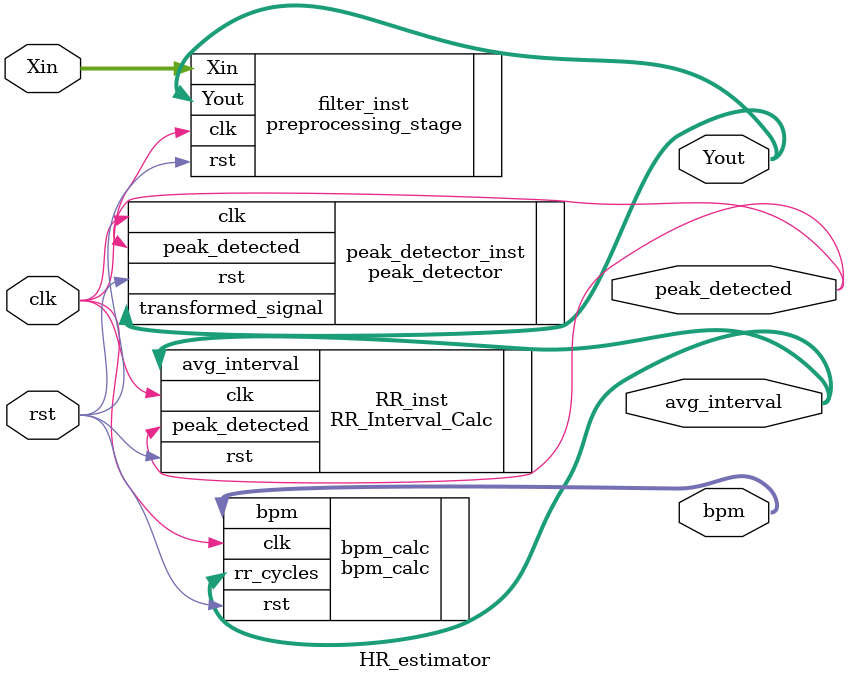
<source format=v>

module HR_estimator #(
        parameter CLK_FREQ = 200  // Clock frequency in Hz
)(
    input  wire        clk,
    input  wire        rst,        
    input  signed [7:0] Xin,
    output wire [31:0] bpm,
    output wire signed [12:0] Yout,
    output wire peak_detected,
    output wire [31:0] avg_interval
);    
    
    // Stage 1: Preprocessing
    preprocessing_stage filter_inst(
        .clk(clk), 
        .rst(rst), 
        .Xin(Xin), 
        .Yout(Yout)
    );
    
    // Stage 2: Peak Detection
    peak_detector peak_detector_inst(
        .clk(clk), 
        .rst(rst), 
        .transformed_signal(Yout), 
        .peak_detected(peak_detected)
    );
    
    // Stage 3: RR Interval Estimation
    RR_Interval_Calc #(.NUM_PEAKS(4)) RR_inst(
        .clk(clk), 
        .rst(rst), 
        .peak_detected(peak_detected), 
        .avg_interval(avg_interval)
    );
  
     bpm_calc #(
        .CLK_FREQ(CLK_FREQ)
    ) bpm_calc (
        .clk(clk),
        .rst(rst),
        .rr_cycles(avg_interval),
        .bpm(bpm)
    );
endmodule

</source>
